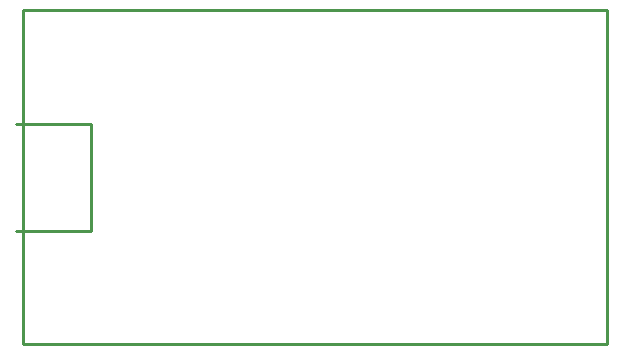
<source format=gko>
G04 Layer: BoardOutlineLayer*
G04 EasyEDA v6.5.3, 2022-05-09 22:00:40*
G04 d9374f8db1c04431a46586793fd7dc8a,036ae6e9a2b24cebb23d0048bde98d7c,10*
G04 Gerber Generator version 0.2*
G04 Scale: 100 percent, Rotated: No, Reflected: No *
G04 Dimensions in millimeters *
G04 leading zeros omitted , absolute positions ,4 integer and 5 decimal *
%FSLAX45Y45*%
%MOMM*%

%ADD10C,0.2540*%
D10*
X2755900Y6438900D02*
G01*
X2755900Y6400800D01*
X2755900Y6438900D01*
X7700009Y6438900D01*
X7700009Y3606800D01*
X2755900Y3606800D01*
X2755900Y6400037D01*
X2755900Y6438900D01*
X2699486Y4566551D02*
G01*
X3327628Y4566551D01*
X3327628Y5466473D01*
X2699486Y5466473D01*

%LPD*%
M02*

</source>
